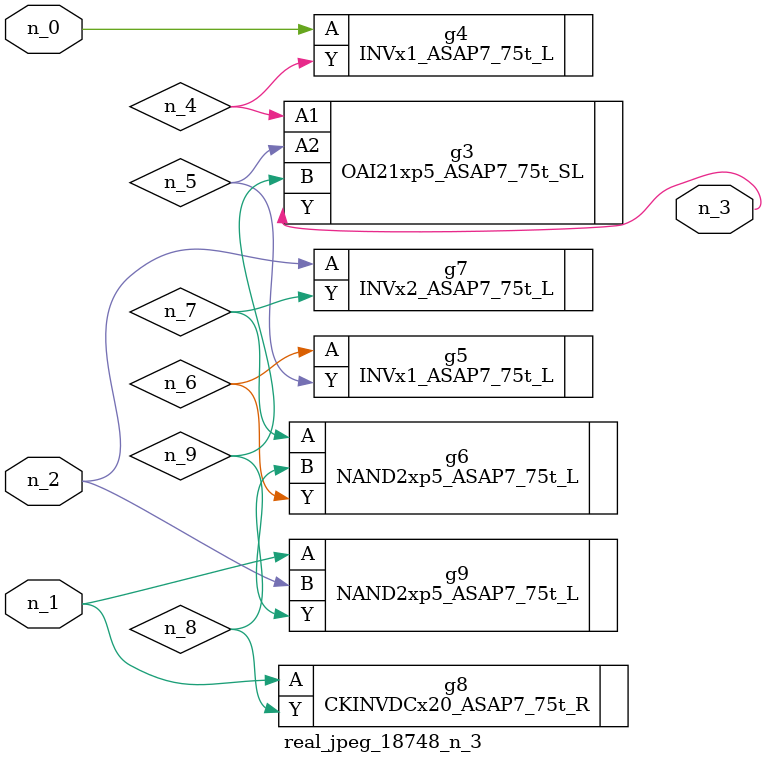
<source format=v>
module real_jpeg_18748_n_3 (n_1, n_0, n_2, n_3);

input n_1;
input n_0;
input n_2;

output n_3;

wire n_5;
wire n_4;
wire n_8;
wire n_6;
wire n_7;
wire n_9;

INVx1_ASAP7_75t_L g4 ( 
.A(n_0),
.Y(n_4)
);

CKINVDCx20_ASAP7_75t_R g8 ( 
.A(n_1),
.Y(n_8)
);

NAND2xp5_ASAP7_75t_L g9 ( 
.A(n_1),
.B(n_2),
.Y(n_9)
);

INVx2_ASAP7_75t_L g7 ( 
.A(n_2),
.Y(n_7)
);

OAI21xp5_ASAP7_75t_SL g3 ( 
.A1(n_4),
.A2(n_5),
.B(n_9),
.Y(n_3)
);

INVx1_ASAP7_75t_L g5 ( 
.A(n_6),
.Y(n_5)
);

NAND2xp5_ASAP7_75t_L g6 ( 
.A(n_7),
.B(n_8),
.Y(n_6)
);


endmodule
</source>
